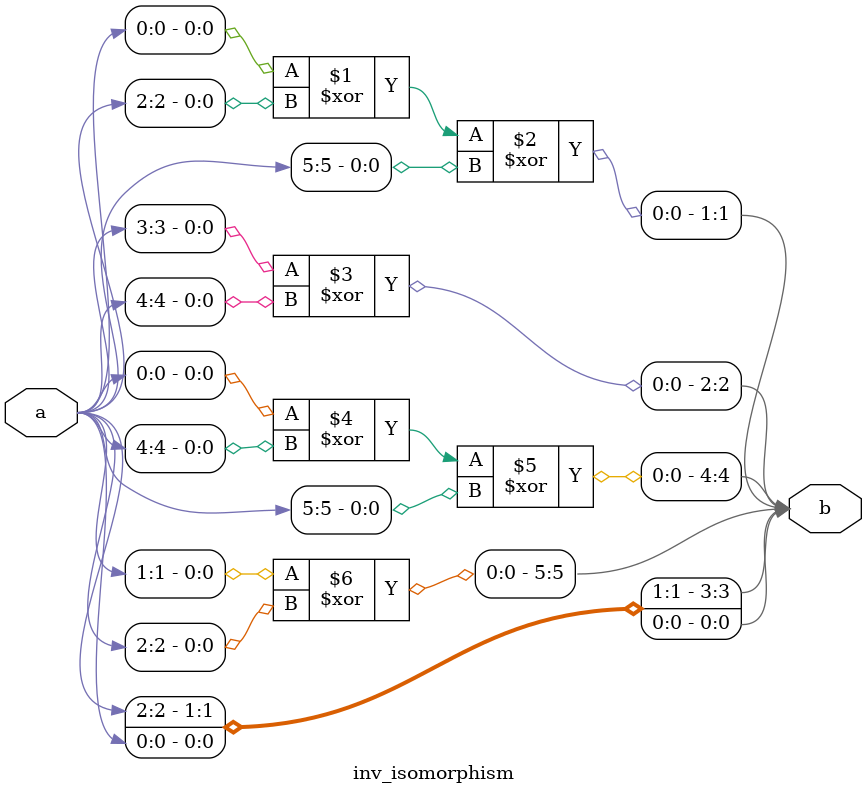
<source format=v>
`timescale 1ns/100ps
module SMS23_5_nn_2_6(x,y);
	 input [5:0] x;
	 output [5:0] y;
	 wire [5:0] w;
	 wire [5:0] p;
	 isomorphism C2 (x,w);
	 power_5 C3 (w,p);
	 inv_isomorphism C4 (p,y);
endmodule

module square_base(a,b);
	 input [1:0] a;
	 output [1:0] b;
	 assign b[0]=a[1];
	 assign b[1]=a[0];
endmodule

module add_base(a,b,c);
	 input [1:0] a;
	 input [1:0] b;
	 output [1:0] c;
	 assign c[0]=a[0]^b[0];
	 assign c[1]=a[1]^b[1];
endmodule

module constant_multiplication_base_0(a,b);
	 input [1:0] a;
	 output [1:0] b;
	 assign b[0]=0;
	 assign b[1]=0;
endmodule

module constant_multiplication_base_1(a,b);
	 input [1:0] a;
	 output [1:0] b;
	 assign b[0]=a[0];
	 assign b[1]=a[1];
endmodule

module constant_multiplication_base_2(a,b);
	 input [1:0] a;
	 output [1:0] b;
	 assign b[0]=a[1];
	 assign b[1]=a[0]^a[1];
endmodule

module constant_multiplication_base_3(a,b);
	 input [1:0] a;
	 output [1:0] b;
	 assign b[0]=a[0]^a[1];
	 assign b[1]=a[0];
endmodule

module multiplication_base(a,b,c);
	 input [1:0] a;
	 input [1:0] b;
	 output [1:0] c;
	 wire t;
	 assign t=(a[0]&b[1])^(a[1]&b[0]);
	 assign c[0]=(a[1]&b[1])^t;
	 assign c[1]=(a[0]&b[0])^t;
endmodule
module power_5(a,b);
	 input [5:0] a;
	 output [5:0] b;
	 wire [1:0] x_0;
	 wire [1:0] x_1;
	 wire [1:0] x_2;
	 wire [1:0] y_0;
	 wire [1:0] y_1;
	 wire [1:0] y_2;
	 wire [1:0] y_3;
	 wire [1:0] y_4;
	 wire [1:0] y_5;
	 wire [1:0] z_00;
	 wire [1:0] z_01;
	 wire [1:0] z_02;
	 wire [1:0] z_03;
	 wire [1:0] z_04;
	 wire [1:0] z_10;
	 wire [1:0] z_11;
	 wire [1:0] z_12;
	 wire [1:0] z_13;
	 wire [1:0] z_14;
	 wire [1:0] z_20;
	 wire [1:0] z_21;
	 wire [1:0] z_22;
	 wire [1:0] z_23;
	 wire [1:0] z_24;
	 wire [1:0] w_00;
	 wire [1:0] w_01;
	 wire [1:0] w_02;
	 wire [1:0] w_03;
	 wire [1:0] w_04;
	 wire [1:0] w_05;
	 wire [1:0] w_10;
	 wire [1:0] w_11;
	 wire [1:0] w_12;
	 wire [1:0] w_13;
	 wire [1:0] w_14;
	 wire [1:0] w_15;
	 wire [1:0] w_20;
	 wire [1:0] w_21;
	 wire [1:0] w_22;
	 wire [1:0] w_23;
	 wire [1:0] w_24;
	 wire [1:0] w_25;
	 assign x_0[0]=a[0];
	 assign x_0[1]=a[1];
	 assign x_1[0]=a[2];
	 assign x_1[1]=a[3];
	 assign x_2[0]=a[4];
	 assign x_2[1]=a[5];
	 square_base A1 (x_0,y_0);
	 square_base A2 (x_1,y_1);
	 square_base A3 (x_2,y_2);
	 multiplication_base A4 (x_0,x_1,y_3);
	 multiplication_base A5 (x_0,x_2,y_4);
	 multiplication_base A6 (x_1,x_2,y_5);
	 constant_multiplication_base_0 MC00 (y_0,w_00);
	 constant_multiplication_base_3 MC01 (y_1,w_01);
	 constant_multiplication_base_3 MC02 (y_2,w_02);
	 constant_multiplication_base_0 MC03 (y_3,w_03);
	 constant_multiplication_base_3 MC04 (y_4,w_04);
	 constant_multiplication_base_0 MC05 (y_5,w_05);
	 constant_multiplication_base_3 MC10 (y_0,w_10);
	 constant_multiplication_base_0 MC11 (y_1,w_11);
	 constant_multiplication_base_3 MC12 (y_2,w_12);
	 constant_multiplication_base_3 MC13 (y_3,w_13);
	 constant_multiplication_base_0 MC14 (y_4,w_14);
	 constant_multiplication_base_0 MC15 (y_5,w_15);
	 constant_multiplication_base_3 MC20 (y_0,w_20);
	 constant_multiplication_base_3 MC21 (y_1,w_21);
	 constant_multiplication_base_0 MC22 (y_2,w_22);
	 constant_multiplication_base_0 MC23 (y_3,w_23);
	 constant_multiplication_base_0 MC24 (y_4,w_24);
	 constant_multiplication_base_3 MC25 (y_5,w_25);
	 add_base B00 (w_00,w_01,z_00);
	 add_base B01 (w_02,w_03,z_01);
	 add_base B02 (w_04,w_05,z_02);
	 add_base B03 (z_00,z_01,z_03);
	 add_base B04 (z_03,z_02,z_04);
	 add_base B10 (w_10,w_11,z_10);
	 add_base B11 (w_12,w_13,z_11);
	 add_base B12 (w_14,w_15,z_12);
	 add_base B13 (z_10,z_11,z_13);
	 add_base B14 (z_13,z_12,z_14);
	 add_base B20 (w_20,w_21,z_20);
	 add_base B21 (w_22,w_23,z_21);
	 add_base B22 (w_24,w_25,z_22);
	 add_base B23 (z_20,z_21,z_23);
	 add_base B24 (z_23,z_22,z_24);
	 assign b[0]=z_04[0];
	 assign b[1]=z_04[1];
	 assign b[2]=z_14[0];
	 assign b[3]=z_14[1];
	 assign b[4]=z_24[0];
	 assign b[5]=z_24[1];
endmodule

module isomorphism(a,b);
	 input [5:0] a;
	 output [5:0] b;
	 assign b[0]=a[5];
	 assign b[1]=a[2]^a[4];
	 assign b[2]=a[1]^a[2]^a[5];
	 assign b[3]=a[0]^a[1]^a[2]^a[3]^a[5];
	 assign b[4]=a[4]^a[5];
	 assign b[5]=a[0]^a[1]^a[4]^a[5];
endmodule

module inv_isomorphism(a,b);
	 input [5:0] a;
	 output [5:0] b;
	 assign b[0]=a[0];
	 assign b[1]=a[0]^a[2]^a[5];
	 assign b[2]=a[3]^a[4];
	 assign b[3]=a[2];
	 assign b[4]=a[0]^a[4]^a[5];
	 assign b[5]=a[1]^a[2];
endmodule


</source>
